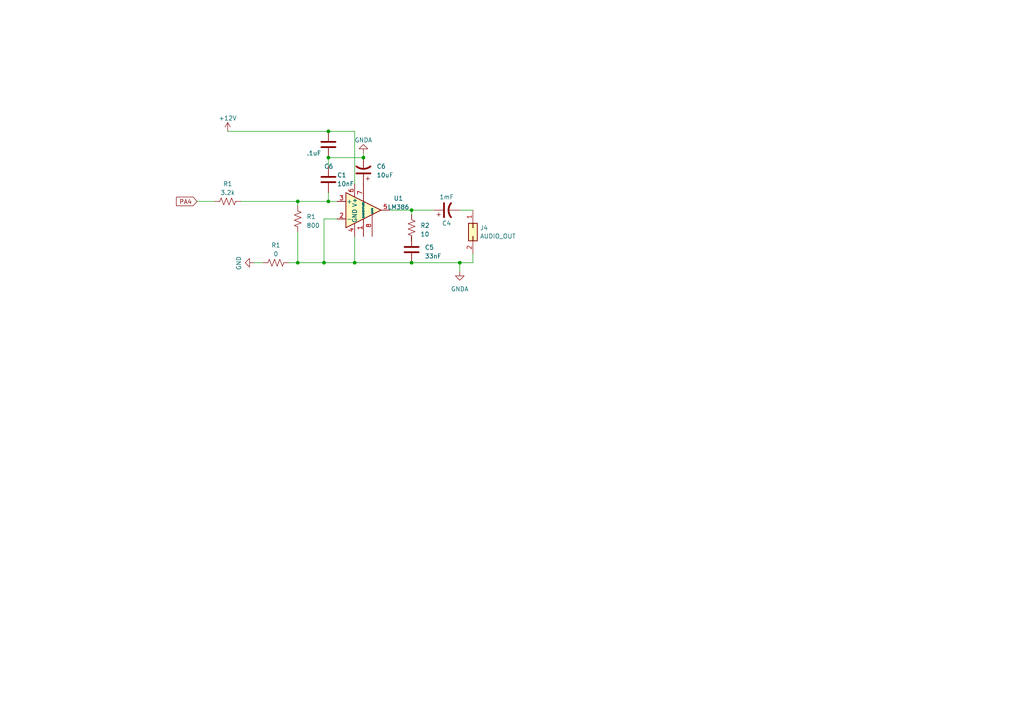
<source format=kicad_sch>
(kicad_sch (version 20230121) (generator eeschema)
  (paper "A4")
  (lib_symbols
    (symbol "Amplifier_Audio:LM386" (pin_names (offset 0.127))
      (property "Reference" "U" (at 1.27 7.62 0))
      (property "Value" "LM386" (at 1.27 5.08 0))
      (symbol "LM386_0_1"
        (polyline (pts (xy 5.08 0) (xy -5.08 5.08) (xy -5.08 -5.08) (xy 5.08 0)) (stroke (width 0.254)) (fill (type background)))
      )
      (symbol "LM386_1_1"
        (pin input line (at 0 -7.62 90) (length 5.08) (name "GAIN") (number "1"))
        (pin input line (at -7.62 -2.54 0) (length 2.54) (name "-") (number "2"))
        (pin input line (at -7.62 2.54 0) (length 2.54) (name "+") (number "3"))
        (pin power_in line (at -2.54 -7.62 90) (length 3.81) (name "GND") (number "4"))
        (pin output line (at 7.62 0 180) (length 2.54) (name "~") (number "5"))
        (pin power_in line (at -2.54 7.62 270) (length 3.81) (name "V+") (number "6"))
        (pin input line (at 0 7.62 270) (length 5.08) (name "BYPASS") (number "7"))
        (pin input line (at 2.54 -7.62 90) (length 6.35) (name "GAIN") (number "8"))
      )
    )
    (symbol "Connector_Generic:Conn_02x01" (pin_names (offset 1.016) hide)
      (property "Reference" "J" (at 1.27 2.54 0))
      (property "Value" "Conn_02x01" (at 1.27 -2.54 0))
      (symbol "Conn_02x01_1_1"
        (rectangle (start -1.27 0.127) (end 0 -0.127) (stroke (width 0.1524)))
        (rectangle (start -1.27 1.27) (end 3.81 -1.27) (stroke (width 0.254)) (fill (type background)))
        (rectangle (start 3.81 0.127) (end 2.54 -0.127) (stroke (width 0.1524)))
        (pin passive line (at -5.08 0 0) (length 3.81) (name "Pin_1") (number "1"))
        (pin passive line (at 7.62 0 180) (length 3.81) (name "Pin_2") (number "2"))
      )
    )
    (symbol "Device:C" (pin_numbers hide) (pin_names (offset 0.254))
      (property "Reference" "C" (at 0.635 2.54 0))
      (property "Value" "C" (at 0.635 -2.54 0))
      (symbol "C_0_1"
        (polyline (pts (xy -2.032 -0.762) (xy 2.032 -0.762)) (stroke (width 0.508)))
        (polyline (pts (xy -2.032 0.762) (xy 2.032 0.762)) (stroke (width 0.508)))
      )
      (symbol "C_1_1"
        (pin passive line (at 0 3.81 270) (length 2.794) (name "~") (number "1"))
        (pin passive line (at 0 -3.81 90) (length 2.794) (name "~") (number "2"))
      )
    )
    (symbol "Device:C_Polarized_US" (pin_numbers hide) (pin_names (offset 0.254) hide)
      (property "Reference" "C" (at 0.635 2.54 0))
      (property "Value" "C_Polarized_US" (at 0.635 -2.54 0))
      (symbol "C_Polarized_US_0_1"
        (polyline (pts (xy -2.032 0.762) (xy 2.032 0.762)) (stroke (width 0.508)))
        (polyline (pts (xy -1.778 2.286) (xy -0.762 2.286)))
        (polyline (pts (xy -1.27 1.778) (xy -1.27 2.794)))
        (arc (start 2.032 -1.27) (mid 0 -0.5572) (end -2.032 -1.27) (stroke (width 0.508)))
      )
      (symbol "C_Polarized_US_1_1"
        (pin passive line (at 0 3.81 270) (length 2.794) (name "~") (number "1"))
        (pin passive line (at 0 -3.81 90) (length 3.302) (name "~") (number "2"))
      )
    )
    (symbol "Device:R_US" (pin_numbers hide) (pin_names (offset 0))
      (property "Reference" "R" (at 2.54 0 90))
      (property "Value" "R_US" (at -2.54 0 90))
      (symbol "R_US_0_1"
        (polyline (pts (xy 0 -2.286) (xy 0 -2.54)))
        (polyline (pts (xy 0 2.286) (xy 0 2.54)))
        (polyline (pts (xy 0 -0.762) (xy 1.016 -1.143) (xy 0 -1.524) (xy -1.016 -1.905) (xy 0 -2.286)))
        (polyline (pts (xy 0 0.762) (xy 1.016 0.381) (xy 0 0) (xy -1.016 -0.381) (xy 0 -0.762)))
        (polyline (pts (xy 0 2.286) (xy 1.016 1.905) (xy 0 1.524) (xy -1.016 1.143) (xy 0 0.762)))
      )
      (symbol "R_US_1_1"
        (pin passive line (at 0 3.81 270) (length 1.27) (name "~") (number "1"))
        (pin passive line (at 0 -3.81 90) (length 1.27) (name "~") (number "2"))
      )
    )
    (symbol "power:+12V" (power) (pin_names (offset 0))
      (property "Value" "+12V" (at 0 3.556 0))
      (symbol "+12V_0_1"
        (polyline (pts (xy -0.762 1.27) (xy 0 2.54)))
        (polyline (pts (xy 0 0) (xy 0 2.54)))
        (polyline (pts (xy 0 2.54) (xy 0.762 1.27)))
      )
      (symbol "+12V_1_1"
        (pin power_in line (at 0 0 90) (length 0) hide (name "+12V") (number "1"))
      )
    )
    (symbol "power:GND" (power) (pin_names (offset 0))
      (property "Value" "GND" (at 0 -3.81 0))
      (symbol "GND_0_1"
        (polyline (pts (xy 0 0) (xy 0 -1.27) (xy 1.27 -1.27) (xy 0 -2.54) (xy -1.27 -1.27) (xy 0 -1.27)))
      )
      (symbol "GND_1_1"
        (pin power_in line (at 0 0 270) (length 0) hide (name "GND") (number "1"))
      )
    )
    (symbol "power:GNDA" (power) (pin_names (offset 0))
      (property "Value" "GNDA" (at 0 -3.81 0))
      (symbol "GNDA_0_1"
        (polyline (pts (xy 0 0) (xy 0 -1.27) (xy 1.27 -1.27) (xy 0 -2.54) (xy -1.27 -1.27) (xy 0 -1.27)))
      )
      (symbol "GNDA_1_1"
        (pin power_in line (at 0 0 270) (length 0) hide (name "GNDA") (number "1"))
      )
    )
  )
  (junction (at 86.36 58.42))
  (junction (at 102.87 76.2))
  (junction (at 95.25 58.42))
  (junction (at 105.41 45.72))
  (junction (at 133.35 76.2))
  (junction (at 86.36 76.2))
  (junction (at 95.25 38.1))
  (junction (at 119.38 76.2))
  (junction (at 93.98 76.2))
  (junction (at 95.25 45.72))
  (junction (at 119.38 60.96))
  (wire (pts (xy 137.16 76.2) (xy 133.35 76.2)))
  (wire (pts (xy 73.66 76.2) (xy 76.2 76.2)))
  (wire (pts (xy 113.03 60.96) (xy 119.38 60.96)))
  (wire (pts (xy 102.87 38.1) (xy 102.87 53.34)))
  (wire (pts (xy 119.38 76.2) (xy 133.35 76.2)))
  (wire (pts (xy 97.79 63.5) (xy 93.98 63.5)))
  (wire (pts (xy 86.36 58.42) (xy 95.25 58.42)))
  (wire (pts (xy 93.98 76.2) (xy 102.87 76.2)))
  (wire (pts (xy 119.38 62.23) (xy 119.38 60.96)))
  (wire (pts (xy 133.35 78.74) (xy 133.35 76.2)))
  (wire (pts (xy 57.15 58.42) (xy 62.23 58.42)))
  (wire (pts (xy 83.82 76.2) (xy 86.36 76.2)))
  (wire (pts (xy 86.36 58.42) (xy 86.36 59.69)))
  (wire (pts (xy 95.25 38.1) (xy 102.87 38.1)))
  (wire (pts (xy 102.87 76.2) (xy 119.38 76.2)))
  (wire (pts (xy 102.87 68.58) (xy 102.87 76.2)))
  (wire (pts (xy 119.38 69.85) (xy 119.38 68.58)))
  (wire (pts (xy 95.25 58.42) (xy 97.79 58.42)))
  (wire (pts (xy 95.25 48.26) (xy 95.25 45.72)))
  (wire (pts (xy 66.04 38.1) (xy 95.25 38.1)))
  (wire (pts (xy 95.25 55.88) (xy 95.25 58.42)))
  (wire (pts (xy 95.25 45.72) (xy 105.41 45.72)))
  (wire (pts (xy 86.36 67.31) (xy 86.36 76.2)))
  (wire (pts (xy 119.38 60.96) (xy 125.73 60.96)))
  (wire (pts (xy 69.85 58.42) (xy 86.36 58.42)))
  (wire (pts (xy 105.41 44.45) (xy 105.41 45.72)))
  (wire (pts (xy 93.98 63.5) (xy 93.98 76.2)))
  (wire (pts (xy 133.35 60.96) (xy 137.16 60.96)))
  (wire (pts (xy 86.36 76.2) (xy 93.98 76.2)))
  (wire (pts (xy 137.16 73.66) (xy 137.16 76.2)))
  (global_label "PA4" (shape input) (at 57.15 58.42 180) (property "Intersheetrefs" "${INTERSHEET_REFS}" (effects hide)))
  (symbol (lib_id "Device:R_US") (at 66.04 58.42 90) (unit 1)
    (property "Reference" "R1" (at 66.04 53.34 90))
    (property "Value" "3.2k" (at 66.04 55.88 90))
    (property "Footprint" "Resistor_SMD:R_1206_3216Metric_Pad1.30x1.75mm_HandSolder" (effects hide))
    (instances (project "Audio AMP" (path "" (reference "R1") (unit 1))) (project "Schematic" (path "" (reference "R3") (unit 1))))
  )
  (symbol (lib_id "Device:C_Polarized_US") (at 105.41 49.53 180) (unit 1)
    (property "Reference" "C6" (at 109.22 48.26 0) (effects (justify right)))
    (property "Value" "10uF" (at 109.22 50.8 0) (effects (justify right)))
    (property "Footprint" "Capacitor_THT:CP_Radial_D4.0mm_P2.00mm" (effects hide))
    (instances (project "Audio AMP" (path "" (reference "C6") (unit 1))) (project "Schematic" (path "" (reference "C8") (unit 1))))
  )
  (symbol (lib_id "power:GND") (at 73.66 76.2 270) (unit 1)
    (property "Reference" "#PWR0130" (effects hide))
    (property "Value" "GND" (at 69.2658 76.327 0))
    (instances (project "stm32f091" (path "" (reference "#PWR0130") (unit 1))) (project "Schematic" (path "" (reference "#PWR011") (unit 1)) (path "" (reference "#PWR019") (unit 1)) (path "" (reference "#PWR020") (unit 1)) (path "" (reference "#PWR038") (unit 1))))
  )
  (symbol (lib_id "Device:C") (at 95.25 41.91 0) (unit 1)
    (property "Reference" "C6" (at 93.98 48.26 0) (effects (justify left)))
    (property "Value" ".1uF" (at 88.9 44.45 0) (effects (justify left)))
    (property "Footprint" "Capacitor_SMD:C_0805_2012Metric_Pad1.18x1.45mm_HandSolder" (effects hide))
    (instances (project "stm32f091" (path "" (reference "C6") (unit 1))) (project "Schematic" (path "" (reference "C3") (unit 1)) (path "" (reference "C11") (unit 1))))
  )
  (symbol (lib_id "Connector_Generic:Conn_02x01") (at 137.16 66.04 270) (unit 1)
    (property "Reference" "J4" (at 139.192 66.0979 90) (effects (justify left)))
    (property "Value" "AUDIO_OUT" (at 139.192 68.5221 90) (effects (justify left)))
    (property "Footprint" "Connector_JST:JST_VH_B2P-VH-B_1x02_P3.96mm_Vertical" (effects hide))
  )
  (symbol (lib_id "power:GNDA") (at 133.35 78.74 0) (unit 1)
    (property "Reference" "#PWR039" (effects hide))
    (property "Value" "GNDA" (at 133.35 83.82 0))
  )
  (symbol (lib_id "Device:C") (at 119.38 72.39 0) (unit 1)
    (property "Reference" "C5" (at 123.19 71.755 0) (effects (justify left)))
    (property "Value" "33nF" (at 123.19 74.295 0) (effects (justify left)))
    (property "Footprint" "Capacitor_SMD:C_1206_3216Metric_Pad1.33x1.80mm_HandSolder" (effects hide))
    (instances (project "Audio AMP" (path "" (reference "C5") (unit 1))) (project "Schematic" (path "" (reference "C9") (unit 1))))
  )
  (symbol (lib_id "power:GNDA") (at 105.41 44.45 180) (unit 1)
    (property "Reference" "#PWR030" (effects hide))
    (property "Value" "GNDA" (at 105.41 40.64 0))
  )
  (symbol (lib_id "Device:R_US") (at 119.38 66.04 0) (unit 1)
    (property "Reference" "R2" (at 121.92 65.405 0) (effects (justify left)))
    (property "Value" "10" (at 121.92 67.945 0) (effects (justify left)))
    (property "Footprint" "Resistor_SMD:R_1206_3216Metric_Pad1.30x1.75mm_HandSolder" (effects hide))
    (instances (project "Audio AMP" (path "" (reference "R2") (unit 1))) (project "Schematic" (path "" (reference "R4") (unit 1))))
  )
  (symbol (lib_id "power:+12V") (at 66.04 38.1 0) (unit 1)
    (property "Reference" "#PWR032" (effects hide))
    (property "Value" "+12V" (at 66.04 34.29 0))
  )
  (symbol (lib_id "Device:C_Polarized_US") (at 129.54 60.96 90) (unit 1)
    (property "Reference" "C4" (at 129.54 64.77 90))
    (property "Value" "1mF" (at 129.54 57.15 90))
    (property "Footprint" "Capacitor_THT:CP_Radial_D10.0mm_P5.00mm" (effects hide))
    (instances (project "Audio AMP" (path "" (reference "C4") (unit 1))) (project "Schematic" (path "" (reference "C10") (unit 1))))
  )
  (symbol (lib_id "Amplifier_Audio:LM386") (at 105.41 60.96 0) (unit 1)
    (property "Reference" "U1" (at 115.57 57.5311 0))
    (property "Value" "LM386" (at 115.57 60.0711 0))
    (property "Footprint" "Package_DIP:DIP-8_W7.62mm" (effects hide))
    (property "Datasheet" "http://www.ti.com/lit/ds/symlink/lm386.pdf" (effects hide))
    (instances (project "Audio AMP" (path "" (reference "U1") (unit 1))) (project "Schematic" (path "" (reference "U3") (unit 1))))
  )
  (symbol (lib_id "Device:R_US") (at 80.01 76.2 90) (unit 1)
    (property "Reference" "R1" (at 80.01 71.12 90))
    (property "Value" "0" (at 80.01 73.66 90))
    (property "Footprint" "Resistor_SMD:R_1206_3216Metric_Pad1.30x1.75mm_HandSolder" (effects hide))
    (instances (project "Audio AMP" (path "" (reference "R1") (unit 1))) (project "Schematic" (path "" (reference "R7") (unit 1))))
  )
  (symbol (lib_id "Device:R_US") (at 86.36 63.5 180) (unit 1)
    (property "Reference" "R1" (at 88.9 62.865 0) (effects (justify right)))
    (property "Value" "800" (at 88.9 65.405 0) (effects (justify right)))
    (property "Footprint" "Resistor_SMD:R_1206_3216Metric_Pad1.30x1.75mm_HandSolder" (effects hide))
    (instances (project "Audio AMP" (path "" (reference "R1") (unit 1))) (project "Schematic" (path "" (reference "R5") (unit 1))))
  )
  (symbol (lib_id "Device:C") (at 95.25 52.07 180) (unit 1)
    (property "Reference" "C1" (at 97.79 50.8 0) (effects (justify right)))
    (property "Value" "10nF" (at 97.79 53.34 0) (effects (justify right)))
    (property "Footprint" "Capacitor_SMD:C_1206_3216Metric_Pad1.33x1.80mm_HandSolder" (effects hide))
    (instances (project "Audio AMP" (path "" (reference "C1") (unit 1))) (project "Schematic" (path "" (reference "C7") (unit 1))))
  )
)
</source>
